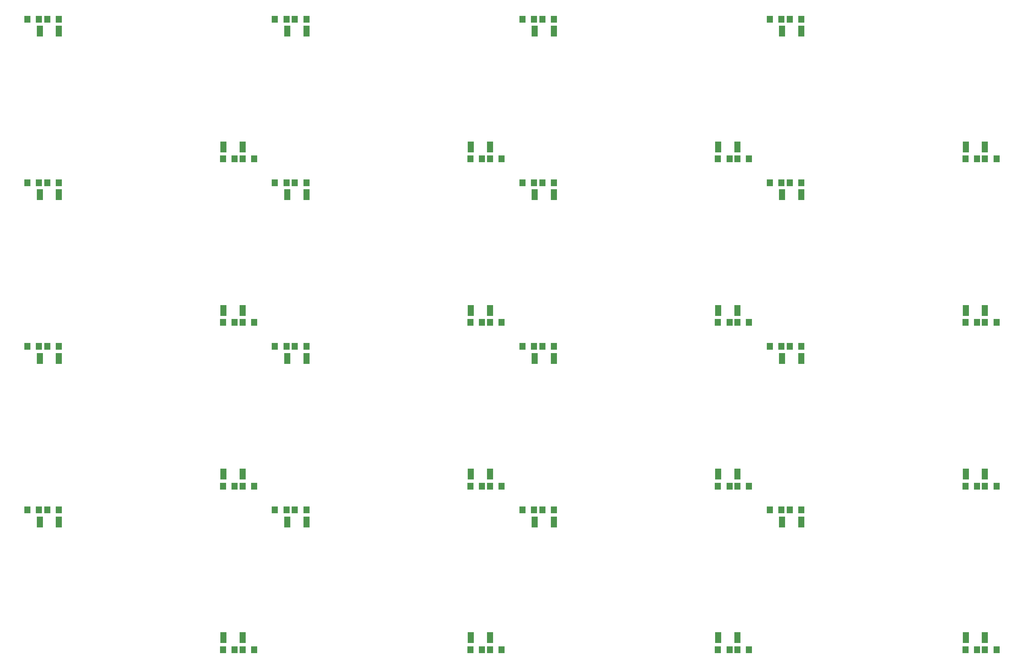
<source format=gbr>
G04 #@! TF.GenerationSoftware,KiCad,Pcbnew,(5.0.0)*
G04 #@! TF.CreationDate,2019-02-08T13:36:01+02:00*
G04 #@! TF.ProjectId,tp_x2_PnP,74705F78325F506E502E6B696361645F,3*
G04 #@! TF.SameCoordinates,Original*
G04 #@! TF.FileFunction,Paste,Top*
G04 #@! TF.FilePolarity,Positive*
%FSLAX46Y46*%
G04 Gerber Fmt 4.6, Leading zero omitted, Abs format (unit mm)*
G04 Created by KiCad (PCBNEW (5.0.0)) date 02/08/19 13:36:01*
%MOMM*%
%LPD*%
G01*
G04 APERTURE LIST*
%ADD10R,1.500000X2.700000*%
%ADD11R,1.500000X1.700000*%
G04 APERTURE END LIST*
D10*
G04 #@! TO.C,D1*
X215000000Y-53000000D03*
X210200000Y-53000000D03*
G04 #@! TD*
D11*
G04 #@! TO.C,R9*
X212100000Y-173000000D03*
X215000000Y-173000000D03*
G04 #@! TD*
G04 #@! TO.C,R8*
X263900000Y-208000000D03*
X261000000Y-208000000D03*
G04 #@! TD*
G04 #@! TO.C,R3*
X261000000Y-167000000D03*
X263900000Y-167000000D03*
G04 #@! TD*
G04 #@! TO.C,R1*
X259000000Y-167000000D03*
X256100000Y-167000000D03*
G04 #@! TD*
D10*
G04 #@! TO.C,D1*
X210200000Y-135000000D03*
X215000000Y-135000000D03*
G04 #@! TD*
G04 #@! TO.C,D3*
X215000000Y-176000000D03*
X210200000Y-176000000D03*
G04 #@! TD*
D11*
G04 #@! TO.C,R4*
X215000000Y-132000000D03*
X212100000Y-132000000D03*
G04 #@! TD*
G04 #@! TO.C,R2*
X207100000Y-132000000D03*
X210000000Y-132000000D03*
G04 #@! TD*
G04 #@! TO.C,R6*
X256100000Y-208000000D03*
X259000000Y-208000000D03*
G04 #@! TD*
G04 #@! TO.C,R7*
X210000000Y-173000000D03*
X207100000Y-173000000D03*
G04 #@! TD*
D10*
G04 #@! TO.C,D2*
X323000000Y-164000000D03*
X318200000Y-164000000D03*
G04 #@! TD*
G04 #@! TO.C,D4*
X318200000Y-205000000D03*
X323000000Y-205000000D03*
G04 #@! TD*
D11*
G04 #@! TO.C,R6*
X321000000Y-208000000D03*
X318100000Y-208000000D03*
G04 #@! TD*
G04 #@! TO.C,R2*
X272000000Y-132000000D03*
X269100000Y-132000000D03*
G04 #@! TD*
G04 #@! TO.C,R7*
X269100000Y-173000000D03*
X272000000Y-173000000D03*
G04 #@! TD*
D10*
G04 #@! TO.C,D3*
X272200000Y-176000000D03*
X277000000Y-176000000D03*
G04 #@! TD*
D11*
G04 #@! TO.C,R4*
X274100000Y-132000000D03*
X277000000Y-132000000D03*
G04 #@! TD*
G04 #@! TO.C,R9*
X277000000Y-173000000D03*
X274100000Y-173000000D03*
G04 #@! TD*
D10*
G04 #@! TO.C,D4*
X261000000Y-205000000D03*
X256200000Y-205000000D03*
G04 #@! TD*
G04 #@! TO.C,D2*
X256200000Y-164000000D03*
X261000000Y-164000000D03*
G04 #@! TD*
D11*
G04 #@! TO.C,R8*
X323000000Y-208000000D03*
X325900000Y-208000000D03*
G04 #@! TD*
G04 #@! TO.C,R1*
X318100000Y-167000000D03*
X321000000Y-167000000D03*
G04 #@! TD*
D10*
G04 #@! TO.C,D1*
X277000000Y-135000000D03*
X272200000Y-135000000D03*
G04 #@! TD*
D11*
G04 #@! TO.C,R3*
X325900000Y-167000000D03*
X323000000Y-167000000D03*
G04 #@! TD*
G04 #@! TO.C,R1*
X132100000Y-167000000D03*
X135000000Y-167000000D03*
G04 #@! TD*
G04 #@! TO.C,R8*
X137000000Y-208000000D03*
X139900000Y-208000000D03*
G04 #@! TD*
D10*
G04 #@! TO.C,D1*
X91000000Y-135000000D03*
X86200000Y-135000000D03*
G04 #@! TD*
D11*
G04 #@! TO.C,R3*
X139900000Y-167000000D03*
X137000000Y-167000000D03*
G04 #@! TD*
D10*
G04 #@! TO.C,D3*
X86200000Y-176000000D03*
X91000000Y-176000000D03*
G04 #@! TD*
D11*
G04 #@! TO.C,R4*
X88100000Y-132000000D03*
X91000000Y-132000000D03*
G04 #@! TD*
G04 #@! TO.C,R9*
X91000000Y-173000000D03*
X88100000Y-173000000D03*
G04 #@! TD*
G04 #@! TO.C,R2*
X86000000Y-132000000D03*
X83100000Y-132000000D03*
G04 #@! TD*
G04 #@! TO.C,R6*
X135000000Y-208000000D03*
X132100000Y-208000000D03*
G04 #@! TD*
G04 #@! TO.C,R7*
X83100000Y-173000000D03*
X86000000Y-173000000D03*
G04 #@! TD*
D10*
G04 #@! TO.C,D2*
X194200000Y-164000000D03*
X199000000Y-164000000D03*
G04 #@! TD*
D11*
G04 #@! TO.C,R4*
X153000000Y-132000000D03*
X150100000Y-132000000D03*
G04 #@! TD*
D10*
G04 #@! TO.C,D4*
X199000000Y-205000000D03*
X194200000Y-205000000D03*
G04 #@! TD*
D11*
G04 #@! TO.C,R9*
X150100000Y-173000000D03*
X153000000Y-173000000D03*
G04 #@! TD*
D10*
G04 #@! TO.C,D3*
X153000000Y-176000000D03*
X148200000Y-176000000D03*
G04 #@! TD*
D11*
G04 #@! TO.C,R2*
X145100000Y-132000000D03*
X148000000Y-132000000D03*
G04 #@! TD*
G04 #@! TO.C,R7*
X148000000Y-173000000D03*
X145100000Y-173000000D03*
G04 #@! TD*
G04 #@! TO.C,R6*
X194100000Y-208000000D03*
X197000000Y-208000000D03*
G04 #@! TD*
D10*
G04 #@! TO.C,D4*
X132200000Y-205000000D03*
X137000000Y-205000000D03*
G04 #@! TD*
G04 #@! TO.C,D2*
X137000000Y-164000000D03*
X132200000Y-164000000D03*
G04 #@! TD*
D11*
G04 #@! TO.C,R8*
X201900000Y-208000000D03*
X199000000Y-208000000D03*
G04 #@! TD*
G04 #@! TO.C,R1*
X197000000Y-167000000D03*
X194100000Y-167000000D03*
G04 #@! TD*
G04 #@! TO.C,R3*
X199000000Y-167000000D03*
X201900000Y-167000000D03*
G04 #@! TD*
D10*
G04 #@! TO.C,D1*
X148200000Y-135000000D03*
X153000000Y-135000000D03*
G04 #@! TD*
D11*
G04 #@! TO.C,R1*
X256100000Y-85000000D03*
X259000000Y-85000000D03*
G04 #@! TD*
G04 #@! TO.C,R8*
X261000000Y-126000000D03*
X263900000Y-126000000D03*
G04 #@! TD*
G04 #@! TO.C,R3*
X263900000Y-85000000D03*
X261000000Y-85000000D03*
G04 #@! TD*
D10*
G04 #@! TO.C,D3*
X210200000Y-94000000D03*
X215000000Y-94000000D03*
G04 #@! TD*
D11*
G04 #@! TO.C,R4*
X212100000Y-50000000D03*
X215000000Y-50000000D03*
G04 #@! TD*
G04 #@! TO.C,R9*
X215000000Y-91000000D03*
X212100000Y-91000000D03*
G04 #@! TD*
G04 #@! TO.C,R2*
X210000000Y-50000000D03*
X207100000Y-50000000D03*
G04 #@! TD*
G04 #@! TO.C,R6*
X259000000Y-126000000D03*
X256100000Y-126000000D03*
G04 #@! TD*
G04 #@! TO.C,R7*
X207100000Y-91000000D03*
X210000000Y-91000000D03*
G04 #@! TD*
D10*
G04 #@! TO.C,D2*
X318200000Y-82000000D03*
X323000000Y-82000000D03*
G04 #@! TD*
D11*
G04 #@! TO.C,R4*
X277000000Y-50000000D03*
X274100000Y-50000000D03*
G04 #@! TD*
D10*
G04 #@! TO.C,D4*
X323000000Y-123000000D03*
X318200000Y-123000000D03*
G04 #@! TD*
D11*
G04 #@! TO.C,R9*
X274100000Y-91000000D03*
X277000000Y-91000000D03*
G04 #@! TD*
D10*
G04 #@! TO.C,D3*
X277000000Y-94000000D03*
X272200000Y-94000000D03*
G04 #@! TD*
D11*
G04 #@! TO.C,R2*
X269100000Y-50000000D03*
X272000000Y-50000000D03*
G04 #@! TD*
G04 #@! TO.C,R7*
X272000000Y-91000000D03*
X269100000Y-91000000D03*
G04 #@! TD*
G04 #@! TO.C,R6*
X318100000Y-126000000D03*
X321000000Y-126000000D03*
G04 #@! TD*
D10*
G04 #@! TO.C,D4*
X256200000Y-123000000D03*
X261000000Y-123000000D03*
G04 #@! TD*
G04 #@! TO.C,D2*
X261000000Y-82000000D03*
X256200000Y-82000000D03*
G04 #@! TD*
D11*
G04 #@! TO.C,R8*
X325900000Y-126000000D03*
X323000000Y-126000000D03*
G04 #@! TD*
G04 #@! TO.C,R1*
X321000000Y-85000000D03*
X318100000Y-85000000D03*
G04 #@! TD*
G04 #@! TO.C,R3*
X323000000Y-85000000D03*
X325900000Y-85000000D03*
G04 #@! TD*
D10*
G04 #@! TO.C,D1*
X272200000Y-53000000D03*
X277000000Y-53000000D03*
G04 #@! TD*
D11*
G04 #@! TO.C,R1*
X194100000Y-85000000D03*
X197000000Y-85000000D03*
G04 #@! TD*
G04 #@! TO.C,R8*
X199000000Y-126000000D03*
X201900000Y-126000000D03*
G04 #@! TD*
D10*
G04 #@! TO.C,D1*
X153000000Y-53000000D03*
X148200000Y-53000000D03*
G04 #@! TD*
D11*
G04 #@! TO.C,R3*
X201900000Y-85000000D03*
X199000000Y-85000000D03*
G04 #@! TD*
D10*
G04 #@! TO.C,D3*
X148200000Y-94000000D03*
X153000000Y-94000000D03*
G04 #@! TD*
D11*
G04 #@! TO.C,R4*
X150100000Y-50000000D03*
X153000000Y-50000000D03*
G04 #@! TD*
G04 #@! TO.C,R9*
X153000000Y-91000000D03*
X150100000Y-91000000D03*
G04 #@! TD*
G04 #@! TO.C,R2*
X148000000Y-50000000D03*
X145100000Y-50000000D03*
G04 #@! TD*
G04 #@! TO.C,R6*
X197000000Y-126000000D03*
X194100000Y-126000000D03*
G04 #@! TD*
G04 #@! TO.C,R7*
X145100000Y-91000000D03*
X148000000Y-91000000D03*
G04 #@! TD*
D10*
G04 #@! TO.C,D4*
X194200000Y-123000000D03*
X199000000Y-123000000D03*
G04 #@! TD*
G04 #@! TO.C,D2*
X199000000Y-82000000D03*
X194200000Y-82000000D03*
G04 #@! TD*
G04 #@! TO.C,D4*
X137000000Y-123000000D03*
X132200000Y-123000000D03*
G04 #@! TD*
G04 #@! TO.C,D2*
X132200000Y-82000000D03*
X137000000Y-82000000D03*
G04 #@! TD*
G04 #@! TO.C,D3*
X91000000Y-94000000D03*
X86200000Y-94000000D03*
G04 #@! TD*
D11*
G04 #@! TO.C,R6*
X132100000Y-126000000D03*
X135000000Y-126000000D03*
G04 #@! TD*
G04 #@! TO.C,R8*
X139900000Y-126000000D03*
X137000000Y-126000000D03*
G04 #@! TD*
G04 #@! TO.C,R7*
X86000000Y-91000000D03*
X83100000Y-91000000D03*
G04 #@! TD*
G04 #@! TO.C,R9*
X88100000Y-91000000D03*
X91000000Y-91000000D03*
G04 #@! TD*
D10*
G04 #@! TO.C,D1*
X86200000Y-53000000D03*
X91000000Y-53000000D03*
G04 #@! TD*
D11*
G04 #@! TO.C,R4*
X91000000Y-50000000D03*
X88100000Y-50000000D03*
G04 #@! TD*
G04 #@! TO.C,R3*
X137000000Y-85000000D03*
X139900000Y-85000000D03*
G04 #@! TD*
G04 #@! TO.C,R2*
X83100000Y-50000000D03*
X86000000Y-50000000D03*
G04 #@! TD*
G04 #@! TO.C,R1*
X135000000Y-85000000D03*
X132100000Y-85000000D03*
G04 #@! TD*
M02*

</source>
